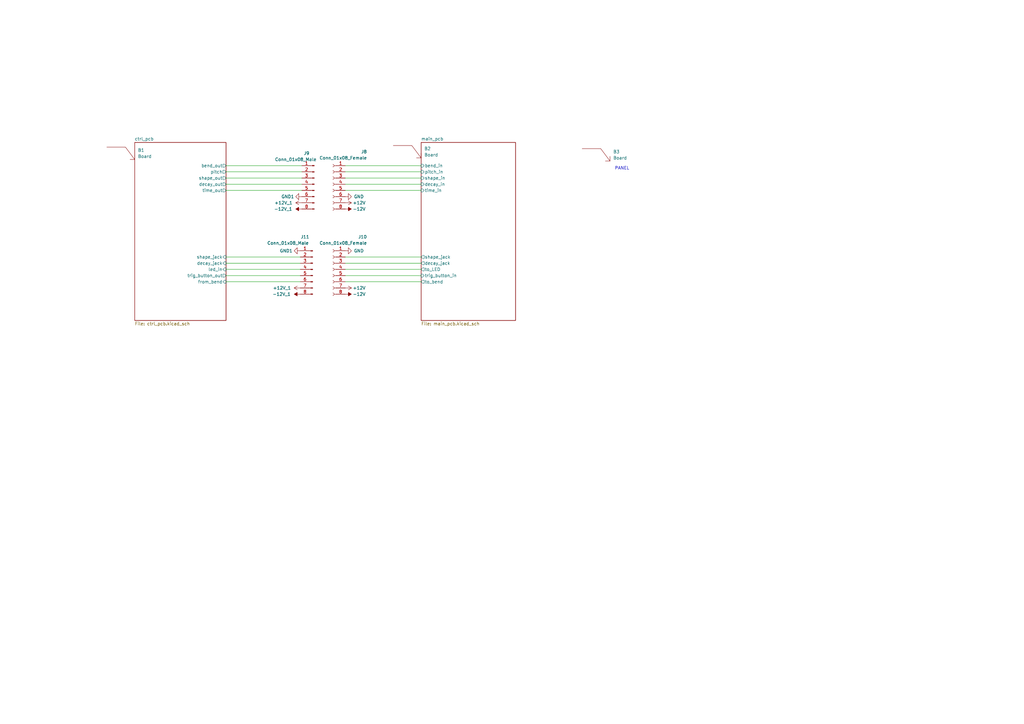
<source format=kicad_sch>
(kicad_sch (version 20211123) (generator eeschema)
  (paper "A3")
  (title_block (title "Roundhouse") (date "2022-09-16") (rev "0.1") (company "strange orbits") (comment 1 "untested") (comment 2 "based on befaco kickall"))
  (lib_symbols
    (symbol "Connector:Conn_01x08_Female" (pin_names (offset 1.016) hide)
      (property "Reference" "J" (at 0 10.16 0))
      (property "Value" "Conn_01x08_Female" (at 0 -12.7 0))
      (symbol "Conn_01x08_Female_1_1"
        (arc (start 0 -9.652) (mid -0.508 -10.16) (end 0 -10.668) (stroke (width 0.1524)))
        (arc (start 0 -7.112) (mid -0.508 -7.62) (end 0 -8.128) (stroke (width 0.1524)))
        (arc (start 0 -4.572) (mid -0.508 -5.08) (end 0 -5.588) (stroke (width 0.1524)))
        (arc (start 0 -2.032) (mid -0.508 -2.54) (end 0 -3.048) (stroke (width 0.1524)))
        (polyline (pts (xy -1.27 -10.16) (xy -0.508 -10.16)) (stroke (width 0.1524)))
        (polyline (pts (xy -1.27 -7.62) (xy -0.508 -7.62)) (stroke (width 0.1524)))
        (polyline (pts (xy -1.27 -5.08) (xy -0.508 -5.08)) (stroke (width 0.1524)))
        (polyline (pts (xy -1.27 -2.54) (xy -0.508 -2.54)) (stroke (width 0.1524)))
        (polyline (pts (xy -1.27 0) (xy -0.508 0)) (stroke (width 0.1524)))
        (polyline (pts (xy -1.27 2.54) (xy -0.508 2.54)) (stroke (width 0.1524)))
        (polyline (pts (xy -1.27 5.08) (xy -0.508 5.08)) (stroke (width 0.1524)))
        (polyline (pts (xy -1.27 7.62) (xy -0.508 7.62)) (stroke (width 0.1524)))
        (arc (start 0 0.508) (mid -0.508 0) (end 0 -0.508) (stroke (width 0.1524)))
        (arc (start 0 3.048) (mid -0.508 2.54) (end 0 2.032) (stroke (width 0.1524)))
        (arc (start 0 5.588) (mid -0.508 5.08) (end 0 4.572) (stroke (width 0.1524)))
        (arc (start 0 8.128) (mid -0.508 7.62) (end 0 7.112) (stroke (width 0.1524)))
        (pin passive line (at -5.08 7.62 0) (length 3.81) (name "Pin_1") (number "1"))
        (pin passive line (at -5.08 5.08 0) (length 3.81) (name "Pin_2") (number "2"))
        (pin passive line (at -5.08 2.54 0) (length 3.81) (name "Pin_3") (number "3"))
        (pin passive line (at -5.08 0 0) (length 3.81) (name "Pin_4") (number "4"))
        (pin passive line (at -5.08 -2.54 0) (length 3.81) (name "Pin_5") (number "5"))
        (pin passive line (at -5.08 -5.08 0) (length 3.81) (name "Pin_6") (number "6"))
        (pin passive line (at -5.08 -7.62 0) (length 3.81) (name "Pin_7") (number "7"))
        (pin passive line (at -5.08 -10.16 0) (length 3.81) (name "Pin_8") (number "8"))
      )
    )
    (symbol "Connector:Conn_01x08_Male" (pin_names (offset 1.016) hide)
      (property "Reference" "J" (at 0 10.16 0))
      (property "Value" "Conn_01x08_Male" (at 0 -12.7 0))
      (symbol "Conn_01x08_Male_1_1"
        (polyline (pts (xy 1.27 -10.16) (xy 0.8636 -10.16)) (stroke (width 0.1524)))
        (polyline (pts (xy 1.27 -7.62) (xy 0.8636 -7.62)) (stroke (width 0.1524)))
        (polyline (pts (xy 1.27 -5.08) (xy 0.8636 -5.08)) (stroke (width 0.1524)))
        (polyline (pts (xy 1.27 -2.54) (xy 0.8636 -2.54)) (stroke (width 0.1524)))
        (polyline (pts (xy 1.27 0) (xy 0.8636 0)) (stroke (width 0.1524)))
        (polyline (pts (xy 1.27 2.54) (xy 0.8636 2.54)) (stroke (width 0.1524)))
        (polyline (pts (xy 1.27 5.08) (xy 0.8636 5.08)) (stroke (width 0.1524)))
        (polyline (pts (xy 1.27 7.62) (xy 0.8636 7.62)) (stroke (width 0.1524)))
        (rectangle (start 0.8636 -10.033) (end 0 -10.287) (stroke (width 0.1524)) (fill (type outline)))
        (rectangle (start 0.8636 -7.493) (end 0 -7.747) (stroke (width 0.1524)) (fill (type outline)))
        (rectangle (start 0.8636 -4.953) (end 0 -5.207) (stroke (width 0.1524)) (fill (type outline)))
        (rectangle (start 0.8636 -2.413) (end 0 -2.667) (stroke (width 0.1524)) (fill (type outline)))
        (rectangle (start 0.8636 0.127) (end 0 -0.127) (stroke (width 0.1524)) (fill (type outline)))
        (rectangle (start 0.8636 2.667) (end 0 2.413) (stroke (width 0.1524)) (fill (type outline)))
        (rectangle (start 0.8636 5.207) (end 0 4.953) (stroke (width 0.1524)) (fill (type outline)))
        (rectangle (start 0.8636 7.747) (end 0 7.493) (stroke (width 0.1524)) (fill (type outline)))
        (pin passive line (at 5.08 7.62 180) (length 3.81) (name "Pin_1") (number "1"))
        (pin passive line (at 5.08 5.08 180) (length 3.81) (name "Pin_2") (number "2"))
        (pin passive line (at 5.08 2.54 180) (length 3.81) (name "Pin_3") (number "3"))
        (pin passive line (at 5.08 0 180) (length 3.81) (name "Pin_4") (number "4"))
        (pin passive line (at 5.08 -2.54 180) (length 3.81) (name "Pin_5") (number "5"))
        (pin passive line (at 5.08 -5.08 180) (length 3.81) (name "Pin_6") (number "6"))
        (pin passive line (at 5.08 -7.62 180) (length 3.81) (name "Pin_7") (number "7"))
        (pin passive line (at 5.08 -10.16 180) (length 3.81) (name "Pin_8") (number "8"))
      )
    )
    (symbol "ao_symbols:+12V_1" (power) (pin_names (offset 0))
      (property "Value" "+12V_1" (at 0 3.556 0))
      (symbol "+12V_1_0_1"
        (polyline (pts (xy -0.762 1.27) (xy 0 2.54)))
        (polyline (pts (xy 0 0) (xy 0 2.54)))
        (polyline (pts (xy 0 2.54) (xy 0.762 1.27)))
      )
      (symbol "+12V_1_1_1"
        (pin power_in line (at 0 0 90) (length 0) hide (name "+12V_1") (number "1"))
      )
    )
    (symbol "ao_symbols:-12V_1" (power) (pin_names (offset 0))
      (property "Value" "-12V_1" (at 0 3.81 0))
      (symbol "-12V_1_0_0"
        (pin power_in line (at 0 0 90) (length 0) hide (name "-12V_1") (number "1"))
      )
      (symbol "-12V_1_0_1"
        (polyline (pts (xy 0 0) (xy 0 1.27) (xy 0.762 1.27) (xy 0 2.54) (xy -0.762 1.27) (xy 0 1.27)) (fill (type outline)))
      )
    )
    (symbol "ao_symbols:Board" (pin_names (offset 1.016)) (in_bom no)
      (property "Reference" "B" (at 1.27 3.81 0))
      (property "Value" "Board" (at -3.175 3.81 0))
      (symbol "Board_0_1"
        (polyline (pts (xy 5.08 -2.54) (xy 3.175 -2.54)))
        (polyline (pts (xy -6.35 2.54) (xy 1.27 2.54) (xy 5.08 -2.54) (xy 5.08 -0.635)))
      )
    )
    (symbol "power:+12V" (power) (pin_names (offset 0))
      (property "Value" "+12V" (at 0 3.556 0))
      (symbol "+12V_0_1"
        (polyline (pts (xy -0.762 1.27) (xy 0 2.54)))
        (polyline (pts (xy 0 0) (xy 0 2.54)))
        (polyline (pts (xy 0 2.54) (xy 0.762 1.27)))
      )
      (symbol "+12V_1_1"
        (pin power_in line (at 0 0 90) (length 0) hide (name "+12V") (number "1"))
      )
    )
    (symbol "power:-12V" (power) (pin_names (offset 0))
      (property "Value" "-12V" (at 0 3.81 0))
      (symbol "-12V_0_0"
        (pin power_in line (at 0 0 90) (length 0) hide (name "-12V") (number "1"))
      )
      (symbol "-12V_0_1"
        (polyline (pts (xy 0 0) (xy 0 1.27) (xy 0.762 1.27) (xy 0 2.54) (xy -0.762 1.27) (xy 0 1.27)) (fill (type outline)))
      )
    )
    (symbol "power:GND" (power) (pin_names (offset 0))
      (property "Value" "GND" (at 0 -3.81 0))
      (symbol "GND_0_1"
        (polyline (pts (xy 0 0) (xy 0 -1.27) (xy 1.27 -1.27) (xy 0 -2.54) (xy -1.27 -1.27) (xy 0 -1.27)))
      )
      (symbol "GND_1_1"
        (pin power_in line (at 0 0 270) (length 0) hide (name "GND") (number "1"))
      )
    )
    (symbol "power:GND1" (power) (pin_names (offset 0))
      (property "Value" "GND1" (at 0 -3.81 0))
      (symbol "GND1_0_1"
        (polyline (pts (xy 0 0) (xy 0 -1.27) (xy 1.27 -1.27) (xy 0 -2.54) (xy -1.27 -1.27) (xy 0 -1.27)))
      )
      (symbol "GND1_1_1"
        (pin power_in line (at 0 0 270) (length 0) hide (name "GND1") (number "1"))
      )
    )
  )
  (wire (pts (xy 141.605 73.025) (xy 172.72 73.025)))
  (wire (pts (xy 141.605 110.49) (xy 172.72 110.49)))
  (wire (pts (xy 92.71 75.565) (xy 123.825 75.565)))
  (wire (pts (xy 141.605 105.41) (xy 172.72 105.41)))
  (wire (pts (xy 141.605 115.57) (xy 172.72 115.57)))
  (wire (pts (xy 141.605 70.485) (xy 172.72 70.485)))
  (wire (pts (xy 92.71 70.485) (xy 123.825 70.485)))
  (wire (pts (xy 141.605 67.945) (xy 172.72 67.945)))
  (wire (pts (xy 141.605 75.565) (xy 172.72 75.565)))
  (wire (pts (xy 92.71 105.41) (xy 123.19 105.41)))
  (wire (pts (xy 92.71 113.03) (xy 123.19 113.03)))
  (wire (pts (xy 141.605 107.95) (xy 172.72 107.95)))
  (wire (pts (xy 92.71 107.95) (xy 123.19 107.95)))
  (wire (pts (xy 92.71 115.57) (xy 123.19 115.57)))
  (wire (pts (xy 92.71 67.945) (xy 123.825 67.945)))
  (wire (pts (xy 92.71 73.025) (xy 123.825 73.025)))
  (wire (pts (xy 92.71 78.105) (xy 123.825 78.105)))
  (wire (pts (xy 92.71 110.49) (xy 123.19 110.49)))
  (wire (pts (xy 141.605 78.105) (xy 172.72 78.105)))
  (wire (pts (xy 141.605 113.03) (xy 172.72 113.03)))
  (text "PANEL" (at 252.095 69.85 0) (effects (font (size 1.27 1.27)) (justify left bottom)))
  (symbol (lib_id "ao_symbols:Board") (at 245.11 63.5 0) (unit 1) (in_bom no)
    (property "Reference" "B3" (at 251.46 62.2299 0) (effects (justify left)))
    (property "Value" "Board" (at 251.46 64.7699 0) (effects (justify left)))
    (property "Footprint" "ao_tht:Board_Marker" (effects hide))
    (property "Config" "DNF" (effects hide))
  )
  (symbol (lib_id "power:-12V") (at 141.605 85.725 270) (unit 1)
    (property "Reference" "#PWR0186" (effects hide))
    (property "Value" "-12V" (at 147.32 85.725 90))
  )
  (symbol (lib_id "ao_symbols:Board") (at 167.64 62.23 0) (unit 1) (in_bom no)
    (property "Reference" "B2" (at 173.99 60.9599 0) (effects (justify left)))
    (property "Value" "Board" (at 173.99 63.4999 0) (effects (justify left)))
    (property "Footprint" "ao_tht:Board_Marker" (effects hide))
    (property "Config" "DNF" (effects hide))
  )
  (symbol (lib_id "Connector:Conn_01x08_Female") (at 136.525 75.565 0) (mirror y) (unit 1)
    (property "Reference" "J8" (at 150.495 62.23 0) (effects (justify left)))
    (property "Value" "Conn_01x08_Female" (at 150.495 64.77 0) (effects (justify left)))
    (property "Footprint" "Connector_PinSocket_2.54mm:PinSocket_1x08_P2.54mm_Vertical" (effects hide))
  )
  (symbol (lib_id "power:GND1") (at 123.19 102.87 270) (unit 1)
    (property "Reference" "#PWR0181" (effects hide))
    (property "Value" "GND1" (at 120.015 102.8699 90) (effects (justify right)))
  )
  (symbol (lib_id "ao_symbols:-12V_1") (at 123.825 85.725 90) (unit 1)
    (property "Reference" "#PWR0125" (effects hide))
    (property "Value" "-12V_1" (at 112.395 85.725 90) (effects (justify right)))
  )
  (symbol (lib_id "ao_symbols:-12V_1") (at 123.19 120.65 90) (unit 1)
    (property "Reference" "#PWR0180" (effects hide))
    (property "Value" "-12V_1" (at 111.76 120.65 90) (effects (justify right)))
  )
  (symbol (lib_id "power:GND") (at 141.605 80.645 90) (unit 1)
    (property "Reference" "#PWR0179" (effects hide))
    (property "Value" "GND" (at 149.225 80.645 90) (effects (justify left)))
  )
  (symbol (lib_id "ao_symbols:+12V_1") (at 123.19 118.11 90) (unit 1)
    (property "Reference" "#PWR0182" (effects hide))
    (property "Value" "+12V_1" (at 119.38 118.1099 90) (effects (justify left)))
  )
  (symbol (lib_id "power:GND") (at 141.605 102.87 90) (unit 1)
    (property "Reference" "#PWR0183" (effects hide))
    (property "Value" "GND" (at 149.225 102.87 90) (effects (justify left)))
  )
  (symbol (lib_id "power:+12V") (at 141.605 118.11 270) (unit 1)
    (property "Reference" "#PWR0184" (effects hide))
    (property "Value" "+12V" (at 147.32 118.11 90))
  )
  (symbol (lib_id "ao_symbols:Board") (at 50.165 62.865 0) (unit 1) (in_bom no)
    (property "Reference" "B1" (at 56.515 61.5949 0) (effects (justify left)))
    (property "Value" "Board" (at 56.515 64.1349 0) (effects (justify left)))
    (property "Footprint" "ao_tht:Board_Marker" (effects hide))
    (property "Config" "DNF" (effects hide))
  )
  (symbol (lib_id "power:-12V") (at 141.605 120.65 270) (unit 1)
    (property "Reference" "#PWR0185" (effects hide))
    (property "Value" "-12V" (at 147.32 120.65 90))
  )
  (symbol (lib_id "power:+12V") (at 141.605 83.185 270) (unit 1)
    (property "Reference" "#PWR0187" (effects hide))
    (property "Value" "+12V" (at 147.32 83.185 90))
  )
  (symbol (lib_id "Connector:Conn_01x08_Female") (at 136.525 110.49 0) (mirror y) (unit 1)
    (property "Reference" "J10" (at 150.495 97.155 0) (effects (justify left)))
    (property "Value" "Conn_01x08_Female" (at 150.495 99.695 0) (effects (justify left)))
    (property "Footprint" "Connector_PinSocket_2.54mm:PinSocket_1x08_P2.54mm_Vertical" (effects hide))
  )
  (symbol (lib_id "ao_symbols:+12V_1") (at 123.825 83.185 90) (unit 1)
    (property "Reference" "#PWR0117" (effects hide))
    (property "Value" "+12V_1" (at 120.015 83.1849 90) (effects (justify left)))
  )
  (symbol (lib_id "power:GND1") (at 123.825 80.645 270) (unit 1)
    (property "Reference" "#PWR0148" (effects hide))
    (property "Value" "GND1" (at 120.65 80.6449 90) (effects (justify right)))
  )
  (symbol (lib_id "Connector:Conn_01x08_Male") (at 128.27 110.49 0) (mirror y) (unit 1)
    (property "Reference" "J11" (at 125.095 97.155 0))
    (property "Value" "Conn_01x08_Male" (at 118.11 99.695 0))
    (property "Footprint" "Connector_PinHeader_2.54mm:PinHeader_1x08_P2.54mm_Vertical" (effects hide))
  )
  (symbol (lib_id "Connector:Conn_01x08_Male") (at 128.905 75.565 0) (mirror y) (unit 1)
    (property "Reference" "J9" (at 125.73 62.865 0))
    (property "Value" "Conn_01x08_Male" (at 121.285 65.405 0))
    (property "Footprint" "Connector_PinHeader_2.54mm:PinHeader_1x08_P2.54mm_Vertical" (effects hide))
  )
  (sheet (at 55.245 58.42) (size 37.465 73.025) (stroke (width 0.1524))
    (property "Sheet name" "ctrl_pcb" (at 55.245 57.7084 0) (effects (justify left bottom)))
    (property "Sheet file" "ctrl_pcb.kicad_sch" (at 55.245 132.0296 0) (effects (justify left top)))
    (pin "pitch" output (at 92.71 70.485 0))
    (pin "shape_jack" input (at 92.71 105.41 0))
    (pin "shape_out" output (at 92.71 73.025 0))
    (pin "time_out" output (at 92.71 78.105 0))
    (pin "decay_out" output (at 92.71 75.565 0))
    (pin "from_bend" input (at 92.71 115.57 0))
    (pin "bend_out" output (at 92.71 67.945 0))
    (pin "decay_jack" input (at 92.71 107.95 0))
    (pin "led_in" input (at 92.71 110.49 0))
    (pin "trig_button_out" output (at 92.71 113.03 0))
  )
  (sheet (at 172.72 58.42) (size 38.735 73.025) (stroke (width 0.1524))
    (property "Sheet name" "main_pcb" (at 172.72 57.7084 0) (effects (justify left bottom)))
    (property "Sheet file" "main_pcb.kicad_sch" (at 172.72 132.0296 0) (effects (justify left top)))
    (pin "shape_in" input (at 172.72 73.025 180))
    (pin "decay_in" input (at 172.72 75.565 180))
    (pin "to_bend" output (at 172.72 115.57 180))
    (pin "bend_in" input (at 172.72 67.945 180))
    (pin "time_in" input (at 172.72 78.105 180))
    (pin "decay_jack" output (at 172.72 107.95 180))
    (pin "shape_jack" output (at 172.72 105.41 180))
    (pin "pitch_in" input (at 172.72 70.485 180))
    (pin "to_LED" output (at 172.72 110.49 180))
    (pin "trig_button_in" input (at 172.72 113.03 180))
  )
)
</source>
